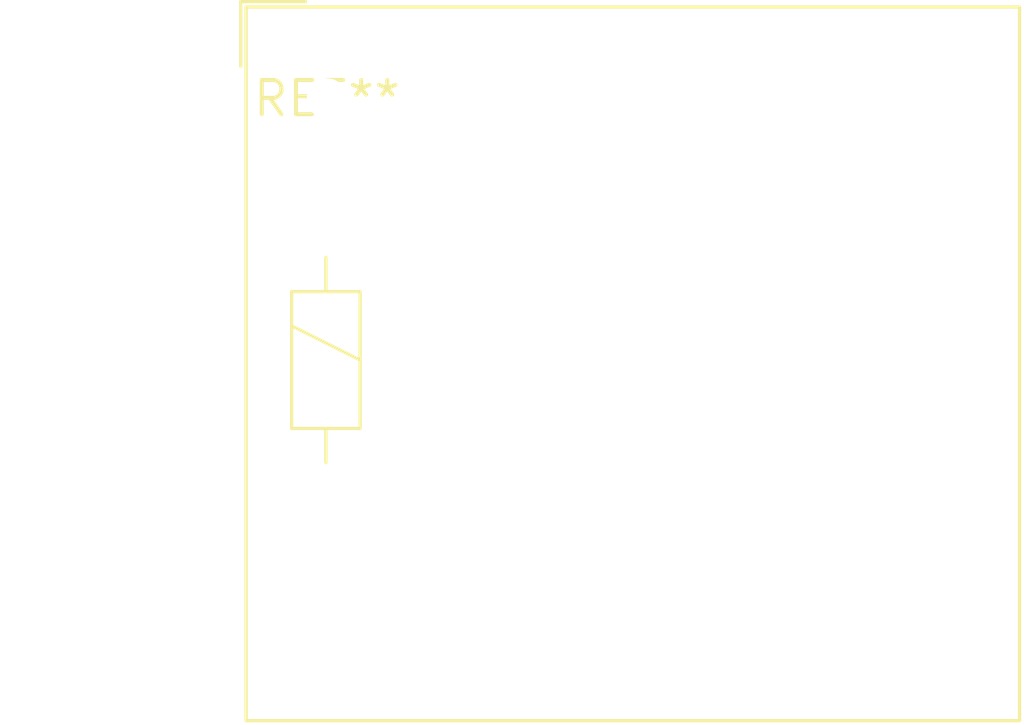
<source format=kicad_pcb>
(kicad_pcb (version 20240108) (generator pcbnew)
  (layers (0 "F.Cu" signal) (31 "B.Cu" signal) (34 "B.Paste" user) (35 "F.Paste" user) (36 "B.SilkS" user "B.Silkscreen") (37 "F.SilkS" user "F.Silkscreen") (38 "B.Mask" user) (39 "F.Mask" user) (44 "Edge.Cuts" user))
  (net 0 "")
  (footprint "Relay_SPDT_Finder_40.11" (layer "F.Cu") (at 0 0)
    (property "Reference" "REF**")
    (property "Value" "Relay_SPDT_Finder_40.11")
    (fp_line (start -3.2 -1.2) (end -3.2 -3.6) (layer "F.SilkS") (stroke (width 0.12)))
    (fp_line (start -3 -3.4) (end 25.7 -3.4) (layer "F.SilkS") (stroke (width 0.12)))
    (fp_line (start -3 23.1) (end -3 -3.4) (layer "F.SilkS") (stroke (width 0.12)))
    (fp_line (start -3 23.1) (end 25.7 23.1) (layer "F.SilkS") (stroke (width 0.12)))
    (fp_line (start -1.31 7.17) (end -0.04 7.17) (layer "F.SilkS") (stroke (width 0.12)))
    (fp_line (start -1.31 8.44) (end 1.23 9.71) (layer "F.SilkS") (stroke (width 0.12)))
    (fp_line (start -1.31 12.25) (end -1.31 7.17) (layer "F.SilkS") (stroke (width 0.12)))
    (fp_line (start -0.8 -3.6) (end -3.2 -3.6) (layer "F.SilkS") (stroke (width 0.12)))
    (fp_line (start -0.04 5.9) (end -0.04 7.17) (layer "F.SilkS") (stroke (width 0.12)))
    (fp_line (start -0.04 7.17) (end 1.23 7.17) (layer "F.SilkS") (stroke (width 0.12)))
    (fp_line (start -0.04 12.25) (end -0.04 13.52) (layer "F.SilkS") (stroke (width 0.12)))
    (fp_line (start 1.23 7.17) (end 1.23 12.25) (layer "F.SilkS") (stroke (width 0.12)))
    (fp_line (start 1.23 12.25) (end -1.31 12.25) (layer "F.SilkS") (stroke (width 0.12)))
    (fp_line (start 25.7 23.1) (end 25.7 -3.4) (layer "F.SilkS") (stroke (width 0.12)))
    (pad "11" thru_hole circle (at 20 10.5) (size 3 3) (drill 1.5) (layers *.Cu *.Mask) (remove_unused_layers))
    (pad "12" thru_hole circle (at 16.5 18) (size 3 3) (drill 1.5) (layers *.Cu *.Mask) (remove_unused_layers))
    (pad "14" thru_hole circle (at 23.5 18) (size 3 3) (drill 1.5) (layers *.Cu *.Mask) (remove_unused_layers))
    (pad "A1" thru_hole rect (at 0 0) (size 3 3) (drill 1.5) (layers *.Cu *.Mask) (remove_unused_layers))
    (pad "A2" thru_hole circle (at 0 18) (size 3 3) (drill 1.5) (layers *.Cu *.Mask) (remove_unused_layers))
  )
)
</source>
